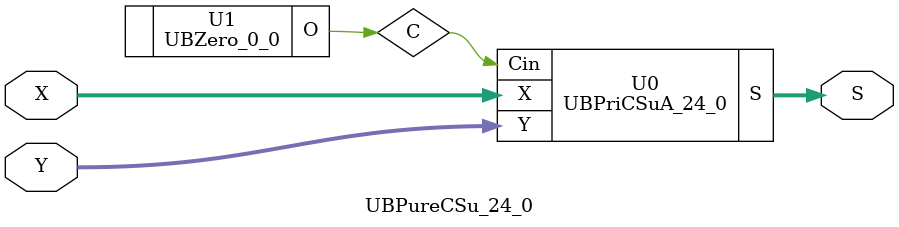
<source format=v>
/*----------------------------------------------------------------------------
  Copyright (c) 2021 Homma laboratory. All rights reserved.

  Top module: UBCSu_24_0_24_0

  Operand-1 length: 25
  Operand-2 length: 25
  Two-operand addition algorithm: Conditional sum adder
----------------------------------------------------------------------------*/

module UBFA_0(C, S, X, Y, Z);
  output C;
  output S;
  input X;
  input Y;
  input Z;
  assign C = ( X & Y ) | ( Y & Z ) | ( Z & X );
  assign S = X ^ Y ^ Z;
endmodule

module UBHCSuB_0_0(C, S, X, Y, Ci);
  output C;
  output S;
  input Ci;
  input X;
  input Y;
  UBFA_0 U0 (C, S, X, Y, Ci);
endmodule

module UBZero_1_1(O);
  output [1:1] O;
  assign O[1] = 0;
endmodule

module UBOne_1(O);
  output O;
  assign O = 1;
endmodule

module UBFA_1(C, S, X, Y, Z);
  output C;
  output S;
  input X;
  input Y;
  input Z;
  assign C = ( X & Y ) | ( Y & Z ) | ( Z & X );
  assign S = X ^ Y ^ Z;
endmodule

module UBCSuB_1_1(C_0, C_1, S_0, S_1, X, Y);
  output C_0;
  output C_1;
  output S_0;
  output S_1;
  input X;
  input Y;
  wire Ci_0;
  wire Ci_1;
  wire Co_0;
  wire Co_1;
  assign C_0 = ( Co_0 & ( ~ Ci_0 ) ) | ( Co_1 & Ci_0 );
  assign C_1 = ( Co_0 & ( ~ Ci_1 ) ) | ( Co_1 & Ci_1 );
  UBZero_1_1 U0 (Ci_0);
  UBOne_1 U1 (Ci_1);
  UBFA_1 U2 (Co_0, S_0, X, Y, Ci_0);
  UBFA_1 U3 (Co_1, S_1, X, Y, Ci_1);
endmodule

module UBHCSuB_1_0(C, S, X, Y, Ci);
  output C;
  output [1:0] S;
  input Ci;
  input [1:0] X;
  input [1:0] Y;
  wire C_0;
  wire C_1;
  wire Co;
  wire S_0;
  wire S_1;
  assign S[1] = ( S_0 & ( ~ Co ) ) | ( S_1 & Co );
  assign C = ( C_0 & ( ~ Co ) ) | ( C_1 & Co );
  UBHCSuB_0_0 U0 (Co, S[0], X[0], Y[0], Ci);
  UBCSuB_1_1 U1 (C_0, C_1, S_0, S_1, X[1], Y[1]);
endmodule

module UBZero_2_2(O);
  output [2:2] O;
  assign O[2] = 0;
endmodule

module UBOne_2(O);
  output O;
  assign O = 1;
endmodule

module UBFA_2(C, S, X, Y, Z);
  output C;
  output S;
  input X;
  input Y;
  input Z;
  assign C = ( X & Y ) | ( Y & Z ) | ( Z & X );
  assign S = X ^ Y ^ Z;
endmodule

module UBCSuB_2_2(C_0, C_1, S_0, S_1, X, Y);
  output C_0;
  output C_1;
  output S_0;
  output S_1;
  input X;
  input Y;
  wire Ci_0;
  wire Ci_1;
  wire Co_0;
  wire Co_1;
  assign C_0 = ( Co_0 & ( ~ Ci_0 ) ) | ( Co_1 & Ci_0 );
  assign C_1 = ( Co_0 & ( ~ Ci_1 ) ) | ( Co_1 & Ci_1 );
  UBZero_2_2 U0 (Ci_0);
  UBOne_2 U1 (Ci_1);
  UBFA_2 U2 (Co_0, S_0, X, Y, Ci_0);
  UBFA_2 U3 (Co_1, S_1, X, Y, Ci_1);
endmodule

module UBZero_3_3(O);
  output [3:3] O;
  assign O[3] = 0;
endmodule

module UBOne_3(O);
  output O;
  assign O = 1;
endmodule

module UBFA_3(C, S, X, Y, Z);
  output C;
  output S;
  input X;
  input Y;
  input Z;
  assign C = ( X & Y ) | ( Y & Z ) | ( Z & X );
  assign S = X ^ Y ^ Z;
endmodule

module UBCSuB_3_3(C_0, C_1, S_0, S_1, X, Y);
  output C_0;
  output C_1;
  output S_0;
  output S_1;
  input X;
  input Y;
  wire Ci_0;
  wire Ci_1;
  wire Co_0;
  wire Co_1;
  assign C_0 = ( Co_0 & ( ~ Ci_0 ) ) | ( Co_1 & Ci_0 );
  assign C_1 = ( Co_0 & ( ~ Ci_1 ) ) | ( Co_1 & Ci_1 );
  UBZero_3_3 U0 (Ci_0);
  UBOne_3 U1 (Ci_1);
  UBFA_3 U2 (Co_0, S_0, X, Y, Ci_0);
  UBFA_3 U3 (Co_1, S_1, X, Y, Ci_1);
endmodule

module UBCSuB_3_2(C_0, C_1, S_0, S_1, X, Y);
  output C_0;
  output C_1;
  output [3:2] S_0;
  output [3:2] S_1;
  input [3:2] X;
  input [3:2] Y;
  wire Ci_0;
  wire Ci_1;
  wire Co_0;
  wire Co_1;
  wire So_0;
  wire So_1;
  assign S_0[3] = ( So_0 & ( ~ Ci_0 ) ) | ( So_1 & Ci_0 );
  assign C_0 = ( Co_0 & ( ~ Ci_0 ) ) | ( Co_1 & Ci_0 );
  assign S_1[3] = ( So_0 & ( ~ Ci_1 ) ) | ( So_1 & Ci_1 );
  assign C_1 = ( Co_0 & ( ~ Ci_1 ) ) | ( Co_1 & Ci_1 );
  UBCSuB_2_2 U0 (Ci_0, Ci_1, S_0[2], S_1[2], X[2], Y[2]);
  UBCSuB_3_3 U1 (Co_0, Co_1, So_0, So_1, X[3], Y[3]);
endmodule

module UBHCSuB_3_0(C, S, X, Y, Ci);
  output C;
  output [3:0] S;
  input Ci;
  input [3:0] X;
  input [3:0] Y;
  wire C_0;
  wire C_1;
  wire Co;
  wire [3:2] S_0;
  wire [3:2] S_1;
  assign S[2] = ( S_0[2] & ( ~ Co ) ) | ( S_1[2] & Co );
  assign S[3] = ( S_0[3] & ( ~ Co ) ) | ( S_1[3] & Co );
  assign C = ( C_0 & ( ~ Co ) ) | ( C_1 & Co );
  UBHCSuB_1_0 U0 (Co, S[1:0], X[1:0], Y[1:0], Ci);
  UBCSuB_3_2 U1 (C_0, C_1, S_0, S_1, X[3:2], Y[3:2]);
endmodule

module UBZero_4_4(O);
  output [4:4] O;
  assign O[4] = 0;
endmodule

module UBOne_4(O);
  output O;
  assign O = 1;
endmodule

module UBFA_4(C, S, X, Y, Z);
  output C;
  output S;
  input X;
  input Y;
  input Z;
  assign C = ( X & Y ) | ( Y & Z ) | ( Z & X );
  assign S = X ^ Y ^ Z;
endmodule

module UBCSuB_4_4(C_0, C_1, S_0, S_1, X, Y);
  output C_0;
  output C_1;
  output S_0;
  output S_1;
  input X;
  input Y;
  wire Ci_0;
  wire Ci_1;
  wire Co_0;
  wire Co_1;
  assign C_0 = ( Co_0 & ( ~ Ci_0 ) ) | ( Co_1 & Ci_0 );
  assign C_1 = ( Co_0 & ( ~ Ci_1 ) ) | ( Co_1 & Ci_1 );
  UBZero_4_4 U0 (Ci_0);
  UBOne_4 U1 (Ci_1);
  UBFA_4 U2 (Co_0, S_0, X, Y, Ci_0);
  UBFA_4 U3 (Co_1, S_1, X, Y, Ci_1);
endmodule

module UBZero_5_5(O);
  output [5:5] O;
  assign O[5] = 0;
endmodule

module UBOne_5(O);
  output O;
  assign O = 1;
endmodule

module UBFA_5(C, S, X, Y, Z);
  output C;
  output S;
  input X;
  input Y;
  input Z;
  assign C = ( X & Y ) | ( Y & Z ) | ( Z & X );
  assign S = X ^ Y ^ Z;
endmodule

module UBCSuB_5_5(C_0, C_1, S_0, S_1, X, Y);
  output C_0;
  output C_1;
  output S_0;
  output S_1;
  input X;
  input Y;
  wire Ci_0;
  wire Ci_1;
  wire Co_0;
  wire Co_1;
  assign C_0 = ( Co_0 & ( ~ Ci_0 ) ) | ( Co_1 & Ci_0 );
  assign C_1 = ( Co_0 & ( ~ Ci_1 ) ) | ( Co_1 & Ci_1 );
  UBZero_5_5 U0 (Ci_0);
  UBOne_5 U1 (Ci_1);
  UBFA_5 U2 (Co_0, S_0, X, Y, Ci_0);
  UBFA_5 U3 (Co_1, S_1, X, Y, Ci_1);
endmodule

module UBCSuB_5_4(C_0, C_1, S_0, S_1, X, Y);
  output C_0;
  output C_1;
  output [5:4] S_0;
  output [5:4] S_1;
  input [5:4] X;
  input [5:4] Y;
  wire Ci_0;
  wire Ci_1;
  wire Co_0;
  wire Co_1;
  wire So_0;
  wire So_1;
  assign S_0[5] = ( So_0 & ( ~ Ci_0 ) ) | ( So_1 & Ci_0 );
  assign C_0 = ( Co_0 & ( ~ Ci_0 ) ) | ( Co_1 & Ci_0 );
  assign S_1[5] = ( So_0 & ( ~ Ci_1 ) ) | ( So_1 & Ci_1 );
  assign C_1 = ( Co_0 & ( ~ Ci_1 ) ) | ( Co_1 & Ci_1 );
  UBCSuB_4_4 U0 (Ci_0, Ci_1, S_0[4], S_1[4], X[4], Y[4]);
  UBCSuB_5_5 U1 (Co_0, Co_1, So_0, So_1, X[5], Y[5]);
endmodule

module UBZero_6_6(O);
  output [6:6] O;
  assign O[6] = 0;
endmodule

module UBOne_6(O);
  output O;
  assign O = 1;
endmodule

module UBFA_6(C, S, X, Y, Z);
  output C;
  output S;
  input X;
  input Y;
  input Z;
  assign C = ( X & Y ) | ( Y & Z ) | ( Z & X );
  assign S = X ^ Y ^ Z;
endmodule

module UBCSuB_6_6(C_0, C_1, S_0, S_1, X, Y);
  output C_0;
  output C_1;
  output S_0;
  output S_1;
  input X;
  input Y;
  wire Ci_0;
  wire Ci_1;
  wire Co_0;
  wire Co_1;
  assign C_0 = ( Co_0 & ( ~ Ci_0 ) ) | ( Co_1 & Ci_0 );
  assign C_1 = ( Co_0 & ( ~ Ci_1 ) ) | ( Co_1 & Ci_1 );
  UBZero_6_6 U0 (Ci_0);
  UBOne_6 U1 (Ci_1);
  UBFA_6 U2 (Co_0, S_0, X, Y, Ci_0);
  UBFA_6 U3 (Co_1, S_1, X, Y, Ci_1);
endmodule

module UBCSuB_6_4(C_0, C_1, S_0, S_1, X, Y);
  output C_0;
  output C_1;
  output [6:4] S_0;
  output [6:4] S_1;
  input [6:4] X;
  input [6:4] Y;
  wire Ci_0;
  wire Ci_1;
  wire Co_0;
  wire Co_1;
  wire [6:6] So_0;
  wire [6:6] So_1;
  assign S_0[6] = ( So_0 & ( ~ Ci_0 ) ) | ( So_1 & Ci_0 );
  assign C_0 = ( Co_0 & ( ~ Ci_0 ) ) | ( Co_1 & Ci_0 );
  assign S_1[6] = ( So_0 & ( ~ Ci_1 ) ) | ( So_1 & Ci_1 );
  assign C_1 = ( Co_0 & ( ~ Ci_1 ) ) | ( Co_1 & Ci_1 );
  UBCSuB_5_4 U0 (Ci_0, Ci_1, S_0[5:4], S_1[5:4], X[5:4], Y[5:4]);
  UBCSuB_6_6 U1 (Co_0, Co_1, So_0, So_1, X[6], Y[6]);
endmodule

module UBHCSuB_6_0(C, S, X, Y, Ci);
  output C;
  output [6:0] S;
  input Ci;
  input [6:0] X;
  input [6:0] Y;
  wire C_0;
  wire C_1;
  wire Co;
  wire [6:4] S_0;
  wire [6:4] S_1;
  assign S[4] = ( S_0[4] & ( ~ Co ) ) | ( S_1[4] & Co );
  assign S[5] = ( S_0[5] & ( ~ Co ) ) | ( S_1[5] & Co );
  assign S[6] = ( S_0[6] & ( ~ Co ) ) | ( S_1[6] & Co );
  assign C = ( C_0 & ( ~ Co ) ) | ( C_1 & Co );
  UBHCSuB_3_0 U0 (Co, S[3:0], X[3:0], Y[3:0], Ci);
  UBCSuB_6_4 U1 (C_0, C_1, S_0, S_1, X[6:4], Y[6:4]);
endmodule

module UBZero_7_7(O);
  output [7:7] O;
  assign O[7] = 0;
endmodule

module UBOne_7(O);
  output O;
  assign O = 1;
endmodule

module UBFA_7(C, S, X, Y, Z);
  output C;
  output S;
  input X;
  input Y;
  input Z;
  assign C = ( X & Y ) | ( Y & Z ) | ( Z & X );
  assign S = X ^ Y ^ Z;
endmodule

module UBCSuB_7_7(C_0, C_1, S_0, S_1, X, Y);
  output C_0;
  output C_1;
  output S_0;
  output S_1;
  input X;
  input Y;
  wire Ci_0;
  wire Ci_1;
  wire Co_0;
  wire Co_1;
  assign C_0 = ( Co_0 & ( ~ Ci_0 ) ) | ( Co_1 & Ci_0 );
  assign C_1 = ( Co_0 & ( ~ Ci_1 ) ) | ( Co_1 & Ci_1 );
  UBZero_7_7 U0 (Ci_0);
  UBOne_7 U1 (Ci_1);
  UBFA_7 U2 (Co_0, S_0, X, Y, Ci_0);
  UBFA_7 U3 (Co_1, S_1, X, Y, Ci_1);
endmodule

module UBZero_8_8(O);
  output [8:8] O;
  assign O[8] = 0;
endmodule

module UBOne_8(O);
  output O;
  assign O = 1;
endmodule

module UBFA_8(C, S, X, Y, Z);
  output C;
  output S;
  input X;
  input Y;
  input Z;
  assign C = ( X & Y ) | ( Y & Z ) | ( Z & X );
  assign S = X ^ Y ^ Z;
endmodule

module UBCSuB_8_8(C_0, C_1, S_0, S_1, X, Y);
  output C_0;
  output C_1;
  output S_0;
  output S_1;
  input X;
  input Y;
  wire Ci_0;
  wire Ci_1;
  wire Co_0;
  wire Co_1;
  assign C_0 = ( Co_0 & ( ~ Ci_0 ) ) | ( Co_1 & Ci_0 );
  assign C_1 = ( Co_0 & ( ~ Ci_1 ) ) | ( Co_1 & Ci_1 );
  UBZero_8_8 U0 (Ci_0);
  UBOne_8 U1 (Ci_1);
  UBFA_8 U2 (Co_0, S_0, X, Y, Ci_0);
  UBFA_8 U3 (Co_1, S_1, X, Y, Ci_1);
endmodule

module UBCSuB_8_7(C_0, C_1, S_0, S_1, X, Y);
  output C_0;
  output C_1;
  output [8:7] S_0;
  output [8:7] S_1;
  input [8:7] X;
  input [8:7] Y;
  wire Ci_0;
  wire Ci_1;
  wire Co_0;
  wire Co_1;
  wire So_0;
  wire So_1;
  assign S_0[8] = ( So_0 & ( ~ Ci_0 ) ) | ( So_1 & Ci_0 );
  assign C_0 = ( Co_0 & ( ~ Ci_0 ) ) | ( Co_1 & Ci_0 );
  assign S_1[8] = ( So_0 & ( ~ Ci_1 ) ) | ( So_1 & Ci_1 );
  assign C_1 = ( Co_0 & ( ~ Ci_1 ) ) | ( Co_1 & Ci_1 );
  UBCSuB_7_7 U0 (Ci_0, Ci_1, S_0[7], S_1[7], X[7], Y[7]);
  UBCSuB_8_8 U1 (Co_0, Co_1, So_0, So_1, X[8], Y[8]);
endmodule

module UBZero_9_9(O);
  output [9:9] O;
  assign O[9] = 0;
endmodule

module UBOne_9(O);
  output O;
  assign O = 1;
endmodule

module UBFA_9(C, S, X, Y, Z);
  output C;
  output S;
  input X;
  input Y;
  input Z;
  assign C = ( X & Y ) | ( Y & Z ) | ( Z & X );
  assign S = X ^ Y ^ Z;
endmodule

module UBCSuB_9_9(C_0, C_1, S_0, S_1, X, Y);
  output C_0;
  output C_1;
  output S_0;
  output S_1;
  input X;
  input Y;
  wire Ci_0;
  wire Ci_1;
  wire Co_0;
  wire Co_1;
  assign C_0 = ( Co_0 & ( ~ Ci_0 ) ) | ( Co_1 & Ci_0 );
  assign C_1 = ( Co_0 & ( ~ Ci_1 ) ) | ( Co_1 & Ci_1 );
  UBZero_9_9 U0 (Ci_0);
  UBOne_9 U1 (Ci_1);
  UBFA_9 U2 (Co_0, S_0, X, Y, Ci_0);
  UBFA_9 U3 (Co_1, S_1, X, Y, Ci_1);
endmodule

module UBCSuB_9_7(C_0, C_1, S_0, S_1, X, Y);
  output C_0;
  output C_1;
  output [9:7] S_0;
  output [9:7] S_1;
  input [9:7] X;
  input [9:7] Y;
  wire Ci_0;
  wire Ci_1;
  wire Co_0;
  wire Co_1;
  wire [9:9] So_0;
  wire [9:9] So_1;
  assign S_0[9] = ( So_0 & ( ~ Ci_0 ) ) | ( So_1 & Ci_0 );
  assign C_0 = ( Co_0 & ( ~ Ci_0 ) ) | ( Co_1 & Ci_0 );
  assign S_1[9] = ( So_0 & ( ~ Ci_1 ) ) | ( So_1 & Ci_1 );
  assign C_1 = ( Co_0 & ( ~ Ci_1 ) ) | ( Co_1 & Ci_1 );
  UBCSuB_8_7 U0 (Ci_0, Ci_1, S_0[8:7], S_1[8:7], X[8:7], Y[8:7]);
  UBCSuB_9_9 U1 (Co_0, Co_1, So_0, So_1, X[9], Y[9]);
endmodule

module UBZero_10_10(O);
  output [10:10] O;
  assign O[10] = 0;
endmodule

module UBOne_10(O);
  output O;
  assign O = 1;
endmodule

module UBFA_10(C, S, X, Y, Z);
  output C;
  output S;
  input X;
  input Y;
  input Z;
  assign C = ( X & Y ) | ( Y & Z ) | ( Z & X );
  assign S = X ^ Y ^ Z;
endmodule

module UBCSuB_10_10(C_0, C_1, S_0, S_1, X, Y);
  output C_0;
  output C_1;
  output S_0;
  output S_1;
  input X;
  input Y;
  wire Ci_0;
  wire Ci_1;
  wire Co_0;
  wire Co_1;
  assign C_0 = ( Co_0 & ( ~ Ci_0 ) ) | ( Co_1 & Ci_0 );
  assign C_1 = ( Co_0 & ( ~ Ci_1 ) ) | ( Co_1 & Ci_1 );
  UBZero_10_10 U0 (Ci_0);
  UBOne_10 U1 (Ci_1);
  UBFA_10 U2 (Co_0, S_0, X, Y, Ci_0);
  UBFA_10 U3 (Co_1, S_1, X, Y, Ci_1);
endmodule

module UBZero_11_11(O);
  output [11:11] O;
  assign O[11] = 0;
endmodule

module UBOne_11(O);
  output O;
  assign O = 1;
endmodule

module UBFA_11(C, S, X, Y, Z);
  output C;
  output S;
  input X;
  input Y;
  input Z;
  assign C = ( X & Y ) | ( Y & Z ) | ( Z & X );
  assign S = X ^ Y ^ Z;
endmodule

module UBCSuB_11_11(C_0, C_1, S_0, S_1, X, Y);
  output C_0;
  output C_1;
  output S_0;
  output S_1;
  input X;
  input Y;
  wire Ci_0;
  wire Ci_1;
  wire Co_0;
  wire Co_1;
  assign C_0 = ( Co_0 & ( ~ Ci_0 ) ) | ( Co_1 & Ci_0 );
  assign C_1 = ( Co_0 & ( ~ Ci_1 ) ) | ( Co_1 & Ci_1 );
  UBZero_11_11 U0 (Ci_0);
  UBOne_11 U1 (Ci_1);
  UBFA_11 U2 (Co_0, S_0, X, Y, Ci_0);
  UBFA_11 U3 (Co_1, S_1, X, Y, Ci_1);
endmodule

module UBCSuB_11_10(C_0, C_1, S_0, S_1, X, Y);
  output C_0;
  output C_1;
  output [11:10] S_0;
  output [11:10] S_1;
  input [11:10] X;
  input [11:10] Y;
  wire Ci_0;
  wire Ci_1;
  wire Co_0;
  wire Co_1;
  wire So_0;
  wire So_1;
  assign S_0[11] = ( So_0 & ( ~ Ci_0 ) ) | ( So_1 & Ci_0 );
  assign C_0 = ( Co_0 & ( ~ Ci_0 ) ) | ( Co_1 & Ci_0 );
  assign S_1[11] = ( So_0 & ( ~ Ci_1 ) ) | ( So_1 & Ci_1 );
  assign C_1 = ( Co_0 & ( ~ Ci_1 ) ) | ( Co_1 & Ci_1 );
  UBCSuB_10_10 U0 (Ci_0, Ci_1, S_0[10], S_1[10], X[10], Y[10]);
  UBCSuB_11_11 U1 (Co_0, Co_1, So_0, So_1, X[11], Y[11]);
endmodule

module UBZero_12_12(O);
  output [12:12] O;
  assign O[12] = 0;
endmodule

module UBOne_12(O);
  output O;
  assign O = 1;
endmodule

module UBFA_12(C, S, X, Y, Z);
  output C;
  output S;
  input X;
  input Y;
  input Z;
  assign C = ( X & Y ) | ( Y & Z ) | ( Z & X );
  assign S = X ^ Y ^ Z;
endmodule

module UBCSuB_12_12(C_0, C_1, S_0, S_1, X, Y);
  output C_0;
  output C_1;
  output S_0;
  output S_1;
  input X;
  input Y;
  wire Ci_0;
  wire Ci_1;
  wire Co_0;
  wire Co_1;
  assign C_0 = ( Co_0 & ( ~ Ci_0 ) ) | ( Co_1 & Ci_0 );
  assign C_1 = ( Co_0 & ( ~ Ci_1 ) ) | ( Co_1 & Ci_1 );
  UBZero_12_12 U0 (Ci_0);
  UBOne_12 U1 (Ci_1);
  UBFA_12 U2 (Co_0, S_0, X, Y, Ci_0);
  UBFA_12 U3 (Co_1, S_1, X, Y, Ci_1);
endmodule

module UBCSuB_12_10(C_0, C_1, S_0, S_1, X, Y);
  output C_0;
  output C_1;
  output [12:10] S_0;
  output [12:10] S_1;
  input [12:10] X;
  input [12:10] Y;
  wire Ci_0;
  wire Ci_1;
  wire Co_0;
  wire Co_1;
  wire [12:12] So_0;
  wire [12:12] So_1;
  assign S_0[12] = ( So_0 & ( ~ Ci_0 ) ) | ( So_1 & Ci_0 );
  assign C_0 = ( Co_0 & ( ~ Ci_0 ) ) | ( Co_1 & Ci_0 );
  assign S_1[12] = ( So_0 & ( ~ Ci_1 ) ) | ( So_1 & Ci_1 );
  assign C_1 = ( Co_0 & ( ~ Ci_1 ) ) | ( Co_1 & Ci_1 );
  UBCSuB_11_10 U0 (Ci_0, Ci_1, S_0[11:10], S_1[11:10], X[11:10], Y[11:10]);
  UBCSuB_12_12 U1 (Co_0, Co_1, So_0, So_1, X[12], Y[12]);
endmodule

module UBCSuB_12_7(C_0, C_1, S_0, S_1, X, Y);
  output C_0;
  output C_1;
  output [12:7] S_0;
  output [12:7] S_1;
  input [12:7] X;
  input [12:7] Y;
  wire Ci_0;
  wire Ci_1;
  wire Co_0;
  wire Co_1;
  wire [12:10] So_0;
  wire [12:10] So_1;
  assign S_0[10] = ( So_0[10] & ( ~ Ci_0 ) ) | ( So_1[10] & Ci_0 );
  assign S_0[11] = ( So_0[11] & ( ~ Ci_0 ) ) | ( So_1[11] & Ci_0 );
  assign S_0[12] = ( So_0[12] & ( ~ Ci_0 ) ) | ( So_1[12] & Ci_0 );
  assign C_0 = ( Co_0 & ( ~ Ci_0 ) ) | ( Co_1 & Ci_0 );
  assign S_1[10] = ( So_0[10] & ( ~ Ci_1 ) ) | ( So_1[10] & Ci_1 );
  assign S_1[11] = ( So_0[11] & ( ~ Ci_1 ) ) | ( So_1[11] & Ci_1 );
  assign S_1[12] = ( So_0[12] & ( ~ Ci_1 ) ) | ( So_1[12] & Ci_1 );
  assign C_1 = ( Co_0 & ( ~ Ci_1 ) ) | ( Co_1 & Ci_1 );
  UBCSuB_9_7 U0 (Ci_0, Ci_1, S_0[9:7], S_1[9:7], X[9:7], Y[9:7]);
  UBCSuB_12_10 U1 (Co_0, Co_1, So_0, So_1, X[12:10], Y[12:10]);
endmodule

module UBHCSuB_12_0(C, S, X, Y, Ci);
  output C;
  output [12:0] S;
  input Ci;
  input [12:0] X;
  input [12:0] Y;
  wire C_0;
  wire C_1;
  wire Co;
  wire [12:7] S_0;
  wire [12:7] S_1;
  assign S[7] = ( S_0[7] & ( ~ Co ) ) | ( S_1[7] & Co );
  assign S[8] = ( S_0[8] & ( ~ Co ) ) | ( S_1[8] & Co );
  assign S[9] = ( S_0[9] & ( ~ Co ) ) | ( S_1[9] & Co );
  assign S[10] = ( S_0[10] & ( ~ Co ) ) | ( S_1[10] & Co );
  assign S[11] = ( S_0[11] & ( ~ Co ) ) | ( S_1[11] & Co );
  assign S[12] = ( S_0[12] & ( ~ Co ) ) | ( S_1[12] & Co );
  assign C = ( C_0 & ( ~ Co ) ) | ( C_1 & Co );
  UBHCSuB_6_0 U0 (Co, S[6:0], X[6:0], Y[6:0], Ci);
  UBCSuB_12_7 U1 (C_0, C_1, S_0, S_1, X[12:7], Y[12:7]);
endmodule

module UBZero_13_13(O);
  output [13:13] O;
  assign O[13] = 0;
endmodule

module UBOne_13(O);
  output O;
  assign O = 1;
endmodule

module UBFA_13(C, S, X, Y, Z);
  output C;
  output S;
  input X;
  input Y;
  input Z;
  assign C = ( X & Y ) | ( Y & Z ) | ( Z & X );
  assign S = X ^ Y ^ Z;
endmodule

module UBCSuB_13_13(C_0, C_1, S_0, S_1, X, Y);
  output C_0;
  output C_1;
  output S_0;
  output S_1;
  input X;
  input Y;
  wire Ci_0;
  wire Ci_1;
  wire Co_0;
  wire Co_1;
  assign C_0 = ( Co_0 & ( ~ Ci_0 ) ) | ( Co_1 & Ci_0 );
  assign C_1 = ( Co_0 & ( ~ Ci_1 ) ) | ( Co_1 & Ci_1 );
  UBZero_13_13 U0 (Ci_0);
  UBOne_13 U1 (Ci_1);
  UBFA_13 U2 (Co_0, S_0, X, Y, Ci_0);
  UBFA_13 U3 (Co_1, S_1, X, Y, Ci_1);
endmodule

module UBZero_14_14(O);
  output [14:14] O;
  assign O[14] = 0;
endmodule

module UBOne_14(O);
  output O;
  assign O = 1;
endmodule

module UBFA_14(C, S, X, Y, Z);
  output C;
  output S;
  input X;
  input Y;
  input Z;
  assign C = ( X & Y ) | ( Y & Z ) | ( Z & X );
  assign S = X ^ Y ^ Z;
endmodule

module UBCSuB_14_14(C_0, C_1, S_0, S_1, X, Y);
  output C_0;
  output C_1;
  output S_0;
  output S_1;
  input X;
  input Y;
  wire Ci_0;
  wire Ci_1;
  wire Co_0;
  wire Co_1;
  assign C_0 = ( Co_0 & ( ~ Ci_0 ) ) | ( Co_1 & Ci_0 );
  assign C_1 = ( Co_0 & ( ~ Ci_1 ) ) | ( Co_1 & Ci_1 );
  UBZero_14_14 U0 (Ci_0);
  UBOne_14 U1 (Ci_1);
  UBFA_14 U2 (Co_0, S_0, X, Y, Ci_0);
  UBFA_14 U3 (Co_1, S_1, X, Y, Ci_1);
endmodule

module UBCSuB_14_13(C_0, C_1, S_0, S_1, X, Y);
  output C_0;
  output C_1;
  output [14:13] S_0;
  output [14:13] S_1;
  input [14:13] X;
  input [14:13] Y;
  wire Ci_0;
  wire Ci_1;
  wire Co_0;
  wire Co_1;
  wire So_0;
  wire So_1;
  assign S_0[14] = ( So_0 & ( ~ Ci_0 ) ) | ( So_1 & Ci_0 );
  assign C_0 = ( Co_0 & ( ~ Ci_0 ) ) | ( Co_1 & Ci_0 );
  assign S_1[14] = ( So_0 & ( ~ Ci_1 ) ) | ( So_1 & Ci_1 );
  assign C_1 = ( Co_0 & ( ~ Ci_1 ) ) | ( Co_1 & Ci_1 );
  UBCSuB_13_13 U0 (Ci_0, Ci_1, S_0[13], S_1[13], X[13], Y[13]);
  UBCSuB_14_14 U1 (Co_0, Co_1, So_0, So_1, X[14], Y[14]);
endmodule

module UBZero_15_15(O);
  output [15:15] O;
  assign O[15] = 0;
endmodule

module UBOne_15(O);
  output O;
  assign O = 1;
endmodule

module UBFA_15(C, S, X, Y, Z);
  output C;
  output S;
  input X;
  input Y;
  input Z;
  assign C = ( X & Y ) | ( Y & Z ) | ( Z & X );
  assign S = X ^ Y ^ Z;
endmodule

module UBCSuB_15_15(C_0, C_1, S_0, S_1, X, Y);
  output C_0;
  output C_1;
  output S_0;
  output S_1;
  input X;
  input Y;
  wire Ci_0;
  wire Ci_1;
  wire Co_0;
  wire Co_1;
  assign C_0 = ( Co_0 & ( ~ Ci_0 ) ) | ( Co_1 & Ci_0 );
  assign C_1 = ( Co_0 & ( ~ Ci_1 ) ) | ( Co_1 & Ci_1 );
  UBZero_15_15 U0 (Ci_0);
  UBOne_15 U1 (Ci_1);
  UBFA_15 U2 (Co_0, S_0, X, Y, Ci_0);
  UBFA_15 U3 (Co_1, S_1, X, Y, Ci_1);
endmodule

module UBCSuB_15_13(C_0, C_1, S_0, S_1, X, Y);
  output C_0;
  output C_1;
  output [15:13] S_0;
  output [15:13] S_1;
  input [15:13] X;
  input [15:13] Y;
  wire Ci_0;
  wire Ci_1;
  wire Co_0;
  wire Co_1;
  wire [15:15] So_0;
  wire [15:15] So_1;
  assign S_0[15] = ( So_0 & ( ~ Ci_0 ) ) | ( So_1 & Ci_0 );
  assign C_0 = ( Co_0 & ( ~ Ci_0 ) ) | ( Co_1 & Ci_0 );
  assign S_1[15] = ( So_0 & ( ~ Ci_1 ) ) | ( So_1 & Ci_1 );
  assign C_1 = ( Co_0 & ( ~ Ci_1 ) ) | ( Co_1 & Ci_1 );
  UBCSuB_14_13 U0 (Ci_0, Ci_1, S_0[14:13], S_1[14:13], X[14:13], Y[14:13]);
  UBCSuB_15_15 U1 (Co_0, Co_1, So_0, So_1, X[15], Y[15]);
endmodule

module UBZero_16_16(O);
  output [16:16] O;
  assign O[16] = 0;
endmodule

module UBOne_16(O);
  output O;
  assign O = 1;
endmodule

module UBFA_16(C, S, X, Y, Z);
  output C;
  output S;
  input X;
  input Y;
  input Z;
  assign C = ( X & Y ) | ( Y & Z ) | ( Z & X );
  assign S = X ^ Y ^ Z;
endmodule

module UBCSuB_16_16(C_0, C_1, S_0, S_1, X, Y);
  output C_0;
  output C_1;
  output S_0;
  output S_1;
  input X;
  input Y;
  wire Ci_0;
  wire Ci_1;
  wire Co_0;
  wire Co_1;
  assign C_0 = ( Co_0 & ( ~ Ci_0 ) ) | ( Co_1 & Ci_0 );
  assign C_1 = ( Co_0 & ( ~ Ci_1 ) ) | ( Co_1 & Ci_1 );
  UBZero_16_16 U0 (Ci_0);
  UBOne_16 U1 (Ci_1);
  UBFA_16 U2 (Co_0, S_0, X, Y, Ci_0);
  UBFA_16 U3 (Co_1, S_1, X, Y, Ci_1);
endmodule

module UBZero_17_17(O);
  output [17:17] O;
  assign O[17] = 0;
endmodule

module UBOne_17(O);
  output O;
  assign O = 1;
endmodule

module UBFA_17(C, S, X, Y, Z);
  output C;
  output S;
  input X;
  input Y;
  input Z;
  assign C = ( X & Y ) | ( Y & Z ) | ( Z & X );
  assign S = X ^ Y ^ Z;
endmodule

module UBCSuB_17_17(C_0, C_1, S_0, S_1, X, Y);
  output C_0;
  output C_1;
  output S_0;
  output S_1;
  input X;
  input Y;
  wire Ci_0;
  wire Ci_1;
  wire Co_0;
  wire Co_1;
  assign C_0 = ( Co_0 & ( ~ Ci_0 ) ) | ( Co_1 & Ci_0 );
  assign C_1 = ( Co_0 & ( ~ Ci_1 ) ) | ( Co_1 & Ci_1 );
  UBZero_17_17 U0 (Ci_0);
  UBOne_17 U1 (Ci_1);
  UBFA_17 U2 (Co_0, S_0, X, Y, Ci_0);
  UBFA_17 U3 (Co_1, S_1, X, Y, Ci_1);
endmodule

module UBCSuB_17_16(C_0, C_1, S_0, S_1, X, Y);
  output C_0;
  output C_1;
  output [17:16] S_0;
  output [17:16] S_1;
  input [17:16] X;
  input [17:16] Y;
  wire Ci_0;
  wire Ci_1;
  wire Co_0;
  wire Co_1;
  wire So_0;
  wire So_1;
  assign S_0[17] = ( So_0 & ( ~ Ci_0 ) ) | ( So_1 & Ci_0 );
  assign C_0 = ( Co_0 & ( ~ Ci_0 ) ) | ( Co_1 & Ci_0 );
  assign S_1[17] = ( So_0 & ( ~ Ci_1 ) ) | ( So_1 & Ci_1 );
  assign C_1 = ( Co_0 & ( ~ Ci_1 ) ) | ( Co_1 & Ci_1 );
  UBCSuB_16_16 U0 (Ci_0, Ci_1, S_0[16], S_1[16], X[16], Y[16]);
  UBCSuB_17_17 U1 (Co_0, Co_1, So_0, So_1, X[17], Y[17]);
endmodule

module UBZero_18_18(O);
  output [18:18] O;
  assign O[18] = 0;
endmodule

module UBOne_18(O);
  output O;
  assign O = 1;
endmodule

module UBFA_18(C, S, X, Y, Z);
  output C;
  output S;
  input X;
  input Y;
  input Z;
  assign C = ( X & Y ) | ( Y & Z ) | ( Z & X );
  assign S = X ^ Y ^ Z;
endmodule

module UBCSuB_18_18(C_0, C_1, S_0, S_1, X, Y);
  output C_0;
  output C_1;
  output S_0;
  output S_1;
  input X;
  input Y;
  wire Ci_0;
  wire Ci_1;
  wire Co_0;
  wire Co_1;
  assign C_0 = ( Co_0 & ( ~ Ci_0 ) ) | ( Co_1 & Ci_0 );
  assign C_1 = ( Co_0 & ( ~ Ci_1 ) ) | ( Co_1 & Ci_1 );
  UBZero_18_18 U0 (Ci_0);
  UBOne_18 U1 (Ci_1);
  UBFA_18 U2 (Co_0, S_0, X, Y, Ci_0);
  UBFA_18 U3 (Co_1, S_1, X, Y, Ci_1);
endmodule

module UBCSuB_18_16(C_0, C_1, S_0, S_1, X, Y);
  output C_0;
  output C_1;
  output [18:16] S_0;
  output [18:16] S_1;
  input [18:16] X;
  input [18:16] Y;
  wire Ci_0;
  wire Ci_1;
  wire Co_0;
  wire Co_1;
  wire [18:18] So_0;
  wire [18:18] So_1;
  assign S_0[18] = ( So_0 & ( ~ Ci_0 ) ) | ( So_1 & Ci_0 );
  assign C_0 = ( Co_0 & ( ~ Ci_0 ) ) | ( Co_1 & Ci_0 );
  assign S_1[18] = ( So_0 & ( ~ Ci_1 ) ) | ( So_1 & Ci_1 );
  assign C_1 = ( Co_0 & ( ~ Ci_1 ) ) | ( Co_1 & Ci_1 );
  UBCSuB_17_16 U0 (Ci_0, Ci_1, S_0[17:16], S_1[17:16], X[17:16], Y[17:16]);
  UBCSuB_18_18 U1 (Co_0, Co_1, So_0, So_1, X[18], Y[18]);
endmodule

module UBCSuB_18_13(C_0, C_1, S_0, S_1, X, Y);
  output C_0;
  output C_1;
  output [18:13] S_0;
  output [18:13] S_1;
  input [18:13] X;
  input [18:13] Y;
  wire Ci_0;
  wire Ci_1;
  wire Co_0;
  wire Co_1;
  wire [18:16] So_0;
  wire [18:16] So_1;
  assign S_0[16] = ( So_0[16] & ( ~ Ci_0 ) ) | ( So_1[16] & Ci_0 );
  assign S_0[17] = ( So_0[17] & ( ~ Ci_0 ) ) | ( So_1[17] & Ci_0 );
  assign S_0[18] = ( So_0[18] & ( ~ Ci_0 ) ) | ( So_1[18] & Ci_0 );
  assign C_0 = ( Co_0 & ( ~ Ci_0 ) ) | ( Co_1 & Ci_0 );
  assign S_1[16] = ( So_0[16] & ( ~ Ci_1 ) ) | ( So_1[16] & Ci_1 );
  assign S_1[17] = ( So_0[17] & ( ~ Ci_1 ) ) | ( So_1[17] & Ci_1 );
  assign S_1[18] = ( So_0[18] & ( ~ Ci_1 ) ) | ( So_1[18] & Ci_1 );
  assign C_1 = ( Co_0 & ( ~ Ci_1 ) ) | ( Co_1 & Ci_1 );
  UBCSuB_15_13 U0 (Ci_0, Ci_1, S_0[15:13], S_1[15:13], X[15:13], Y[15:13]);
  UBCSuB_18_16 U1 (Co_0, Co_1, So_0, So_1, X[18:16], Y[18:16]);
endmodule

module UBZero_19_19(O);
  output [19:19] O;
  assign O[19] = 0;
endmodule

module UBOne_19(O);
  output O;
  assign O = 1;
endmodule

module UBFA_19(C, S, X, Y, Z);
  output C;
  output S;
  input X;
  input Y;
  input Z;
  assign C = ( X & Y ) | ( Y & Z ) | ( Z & X );
  assign S = X ^ Y ^ Z;
endmodule

module UBCSuB_19_19(C_0, C_1, S_0, S_1, X, Y);
  output C_0;
  output C_1;
  output S_0;
  output S_1;
  input X;
  input Y;
  wire Ci_0;
  wire Ci_1;
  wire Co_0;
  wire Co_1;
  assign C_0 = ( Co_0 & ( ~ Ci_0 ) ) | ( Co_1 & Ci_0 );
  assign C_1 = ( Co_0 & ( ~ Ci_1 ) ) | ( Co_1 & Ci_1 );
  UBZero_19_19 U0 (Ci_0);
  UBOne_19 U1 (Ci_1);
  UBFA_19 U2 (Co_0, S_0, X, Y, Ci_0);
  UBFA_19 U3 (Co_1, S_1, X, Y, Ci_1);
endmodule

module UBZero_20_20(O);
  output [20:20] O;
  assign O[20] = 0;
endmodule

module UBOne_20(O);
  output O;
  assign O = 1;
endmodule

module UBFA_20(C, S, X, Y, Z);
  output C;
  output S;
  input X;
  input Y;
  input Z;
  assign C = ( X & Y ) | ( Y & Z ) | ( Z & X );
  assign S = X ^ Y ^ Z;
endmodule

module UBCSuB_20_20(C_0, C_1, S_0, S_1, X, Y);
  output C_0;
  output C_1;
  output S_0;
  output S_1;
  input X;
  input Y;
  wire Ci_0;
  wire Ci_1;
  wire Co_0;
  wire Co_1;
  assign C_0 = ( Co_0 & ( ~ Ci_0 ) ) | ( Co_1 & Ci_0 );
  assign C_1 = ( Co_0 & ( ~ Ci_1 ) ) | ( Co_1 & Ci_1 );
  UBZero_20_20 U0 (Ci_0);
  UBOne_20 U1 (Ci_1);
  UBFA_20 U2 (Co_0, S_0, X, Y, Ci_0);
  UBFA_20 U3 (Co_1, S_1, X, Y, Ci_1);
endmodule

module UBCSuB_20_19(C_0, C_1, S_0, S_1, X, Y);
  output C_0;
  output C_1;
  output [20:19] S_0;
  output [20:19] S_1;
  input [20:19] X;
  input [20:19] Y;
  wire Ci_0;
  wire Ci_1;
  wire Co_0;
  wire Co_1;
  wire So_0;
  wire So_1;
  assign S_0[20] = ( So_0 & ( ~ Ci_0 ) ) | ( So_1 & Ci_0 );
  assign C_0 = ( Co_0 & ( ~ Ci_0 ) ) | ( Co_1 & Ci_0 );
  assign S_1[20] = ( So_0 & ( ~ Ci_1 ) ) | ( So_1 & Ci_1 );
  assign C_1 = ( Co_0 & ( ~ Ci_1 ) ) | ( Co_1 & Ci_1 );
  UBCSuB_19_19 U0 (Ci_0, Ci_1, S_0[19], S_1[19], X[19], Y[19]);
  UBCSuB_20_20 U1 (Co_0, Co_1, So_0, So_1, X[20], Y[20]);
endmodule

module UBZero_21_21(O);
  output [21:21] O;
  assign O[21] = 0;
endmodule

module UBOne_21(O);
  output O;
  assign O = 1;
endmodule

module UBFA_21(C, S, X, Y, Z);
  output C;
  output S;
  input X;
  input Y;
  input Z;
  assign C = ( X & Y ) | ( Y & Z ) | ( Z & X );
  assign S = X ^ Y ^ Z;
endmodule

module UBCSuB_21_21(C_0, C_1, S_0, S_1, X, Y);
  output C_0;
  output C_1;
  output S_0;
  output S_1;
  input X;
  input Y;
  wire Ci_0;
  wire Ci_1;
  wire Co_0;
  wire Co_1;
  assign C_0 = ( Co_0 & ( ~ Ci_0 ) ) | ( Co_1 & Ci_0 );
  assign C_1 = ( Co_0 & ( ~ Ci_1 ) ) | ( Co_1 & Ci_1 );
  UBZero_21_21 U0 (Ci_0);
  UBOne_21 U1 (Ci_1);
  UBFA_21 U2 (Co_0, S_0, X, Y, Ci_0);
  UBFA_21 U3 (Co_1, S_1, X, Y, Ci_1);
endmodule

module UBCSuB_21_19(C_0, C_1, S_0, S_1, X, Y);
  output C_0;
  output C_1;
  output [21:19] S_0;
  output [21:19] S_1;
  input [21:19] X;
  input [21:19] Y;
  wire Ci_0;
  wire Ci_1;
  wire Co_0;
  wire Co_1;
  wire [21:21] So_0;
  wire [21:21] So_1;
  assign S_0[21] = ( So_0 & ( ~ Ci_0 ) ) | ( So_1 & Ci_0 );
  assign C_0 = ( Co_0 & ( ~ Ci_0 ) ) | ( Co_1 & Ci_0 );
  assign S_1[21] = ( So_0 & ( ~ Ci_1 ) ) | ( So_1 & Ci_1 );
  assign C_1 = ( Co_0 & ( ~ Ci_1 ) ) | ( Co_1 & Ci_1 );
  UBCSuB_20_19 U0 (Ci_0, Ci_1, S_0[20:19], S_1[20:19], X[20:19], Y[20:19]);
  UBCSuB_21_21 U1 (Co_0, Co_1, So_0, So_1, X[21], Y[21]);
endmodule

module UBZero_22_22(O);
  output [22:22] O;
  assign O[22] = 0;
endmodule

module UBOne_22(O);
  output O;
  assign O = 1;
endmodule

module UBFA_22(C, S, X, Y, Z);
  output C;
  output S;
  input X;
  input Y;
  input Z;
  assign C = ( X & Y ) | ( Y & Z ) | ( Z & X );
  assign S = X ^ Y ^ Z;
endmodule

module UBCSuB_22_22(C_0, C_1, S_0, S_1, X, Y);
  output C_0;
  output C_1;
  output S_0;
  output S_1;
  input X;
  input Y;
  wire Ci_0;
  wire Ci_1;
  wire Co_0;
  wire Co_1;
  assign C_0 = ( Co_0 & ( ~ Ci_0 ) ) | ( Co_1 & Ci_0 );
  assign C_1 = ( Co_0 & ( ~ Ci_1 ) ) | ( Co_1 & Ci_1 );
  UBZero_22_22 U0 (Ci_0);
  UBOne_22 U1 (Ci_1);
  UBFA_22 U2 (Co_0, S_0, X, Y, Ci_0);
  UBFA_22 U3 (Co_1, S_1, X, Y, Ci_1);
endmodule

module UBZero_23_23(O);
  output [23:23] O;
  assign O[23] = 0;
endmodule

module UBOne_23(O);
  output O;
  assign O = 1;
endmodule

module UBFA_23(C, S, X, Y, Z);
  output C;
  output S;
  input X;
  input Y;
  input Z;
  assign C = ( X & Y ) | ( Y & Z ) | ( Z & X );
  assign S = X ^ Y ^ Z;
endmodule

module UBCSuB_23_23(C_0, C_1, S_0, S_1, X, Y);
  output C_0;
  output C_1;
  output S_0;
  output S_1;
  input X;
  input Y;
  wire Ci_0;
  wire Ci_1;
  wire Co_0;
  wire Co_1;
  assign C_0 = ( Co_0 & ( ~ Ci_0 ) ) | ( Co_1 & Ci_0 );
  assign C_1 = ( Co_0 & ( ~ Ci_1 ) ) | ( Co_1 & Ci_1 );
  UBZero_23_23 U0 (Ci_0);
  UBOne_23 U1 (Ci_1);
  UBFA_23 U2 (Co_0, S_0, X, Y, Ci_0);
  UBFA_23 U3 (Co_1, S_1, X, Y, Ci_1);
endmodule

module UBCSuB_23_22(C_0, C_1, S_0, S_1, X, Y);
  output C_0;
  output C_1;
  output [23:22] S_0;
  output [23:22] S_1;
  input [23:22] X;
  input [23:22] Y;
  wire Ci_0;
  wire Ci_1;
  wire Co_0;
  wire Co_1;
  wire So_0;
  wire So_1;
  assign S_0[23] = ( So_0 & ( ~ Ci_0 ) ) | ( So_1 & Ci_0 );
  assign C_0 = ( Co_0 & ( ~ Ci_0 ) ) | ( Co_1 & Ci_0 );
  assign S_1[23] = ( So_0 & ( ~ Ci_1 ) ) | ( So_1 & Ci_1 );
  assign C_1 = ( Co_0 & ( ~ Ci_1 ) ) | ( Co_1 & Ci_1 );
  UBCSuB_22_22 U0 (Ci_0, Ci_1, S_0[22], S_1[22], X[22], Y[22]);
  UBCSuB_23_23 U1 (Co_0, Co_1, So_0, So_1, X[23], Y[23]);
endmodule

module UBZero_24_24(O);
  output [24:24] O;
  assign O[24] = 0;
endmodule

module UBOne_24(O);
  output O;
  assign O = 1;
endmodule

module UBFA_24(C, S, X, Y, Z);
  output C;
  output S;
  input X;
  input Y;
  input Z;
  assign C = ( X & Y ) | ( Y & Z ) | ( Z & X );
  assign S = X ^ Y ^ Z;
endmodule

module UBCSuB_24_24(C_0, C_1, S_0, S_1, X, Y);
  output C_0;
  output C_1;
  output S_0;
  output S_1;
  input X;
  input Y;
  wire Ci_0;
  wire Ci_1;
  wire Co_0;
  wire Co_1;
  assign C_0 = ( Co_0 & ( ~ Ci_0 ) ) | ( Co_1 & Ci_0 );
  assign C_1 = ( Co_0 & ( ~ Ci_1 ) ) | ( Co_1 & Ci_1 );
  UBZero_24_24 U0 (Ci_0);
  UBOne_24 U1 (Ci_1);
  UBFA_24 U2 (Co_0, S_0, X, Y, Ci_0);
  UBFA_24 U3 (Co_1, S_1, X, Y, Ci_1);
endmodule

module UBCSuB_24_22(C_0, C_1, S_0, S_1, X, Y);
  output C_0;
  output C_1;
  output [24:22] S_0;
  output [24:22] S_1;
  input [24:22] X;
  input [24:22] Y;
  wire Ci_0;
  wire Ci_1;
  wire Co_0;
  wire Co_1;
  wire [24:24] So_0;
  wire [24:24] So_1;
  assign S_0[24] = ( So_0 & ( ~ Ci_0 ) ) | ( So_1 & Ci_0 );
  assign C_0 = ( Co_0 & ( ~ Ci_0 ) ) | ( Co_1 & Ci_0 );
  assign S_1[24] = ( So_0 & ( ~ Ci_1 ) ) | ( So_1 & Ci_1 );
  assign C_1 = ( Co_0 & ( ~ Ci_1 ) ) | ( Co_1 & Ci_1 );
  UBCSuB_23_22 U0 (Ci_0, Ci_1, S_0[23:22], S_1[23:22], X[23:22], Y[23:22]);
  UBCSuB_24_24 U1 (Co_0, Co_1, So_0, So_1, X[24], Y[24]);
endmodule

module UBCSuB_24_19(C_0, C_1, S_0, S_1, X, Y);
  output C_0;
  output C_1;
  output [24:19] S_0;
  output [24:19] S_1;
  input [24:19] X;
  input [24:19] Y;
  wire Ci_0;
  wire Ci_1;
  wire Co_0;
  wire Co_1;
  wire [24:22] So_0;
  wire [24:22] So_1;
  assign S_0[22] = ( So_0[22] & ( ~ Ci_0 ) ) | ( So_1[22] & Ci_0 );
  assign S_0[23] = ( So_0[23] & ( ~ Ci_0 ) ) | ( So_1[23] & Ci_0 );
  assign S_0[24] = ( So_0[24] & ( ~ Ci_0 ) ) | ( So_1[24] & Ci_0 );
  assign C_0 = ( Co_0 & ( ~ Ci_0 ) ) | ( Co_1 & Ci_0 );
  assign S_1[22] = ( So_0[22] & ( ~ Ci_1 ) ) | ( So_1[22] & Ci_1 );
  assign S_1[23] = ( So_0[23] & ( ~ Ci_1 ) ) | ( So_1[23] & Ci_1 );
  assign S_1[24] = ( So_0[24] & ( ~ Ci_1 ) ) | ( So_1[24] & Ci_1 );
  assign C_1 = ( Co_0 & ( ~ Ci_1 ) ) | ( Co_1 & Ci_1 );
  UBCSuB_21_19 U0 (Ci_0, Ci_1, S_0[21:19], S_1[21:19], X[21:19], Y[21:19]);
  UBCSuB_24_22 U1 (Co_0, Co_1, So_0, So_1, X[24:22], Y[24:22]);
endmodule

module UBCSuB_24_13(C_0, C_1, S_0, S_1, X, Y);
  output C_0;
  output C_1;
  output [24:13] S_0;
  output [24:13] S_1;
  input [24:13] X;
  input [24:13] Y;
  wire Ci_0;
  wire Ci_1;
  wire Co_0;
  wire Co_1;
  wire [24:19] So_0;
  wire [24:19] So_1;
  assign S_0[19] = ( So_0[19] & ( ~ Ci_0 ) ) | ( So_1[19] & Ci_0 );
  assign S_0[20] = ( So_0[20] & ( ~ Ci_0 ) ) | ( So_1[20] & Ci_0 );
  assign S_0[21] = ( So_0[21] & ( ~ Ci_0 ) ) | ( So_1[21] & Ci_0 );
  assign S_0[22] = ( So_0[22] & ( ~ Ci_0 ) ) | ( So_1[22] & Ci_0 );
  assign S_0[23] = ( So_0[23] & ( ~ Ci_0 ) ) | ( So_1[23] & Ci_0 );
  assign S_0[24] = ( So_0[24] & ( ~ Ci_0 ) ) | ( So_1[24] & Ci_0 );
  assign C_0 = ( Co_0 & ( ~ Ci_0 ) ) | ( Co_1 & Ci_0 );
  assign S_1[19] = ( So_0[19] & ( ~ Ci_1 ) ) | ( So_1[19] & Ci_1 );
  assign S_1[20] = ( So_0[20] & ( ~ Ci_1 ) ) | ( So_1[20] & Ci_1 );
  assign S_1[21] = ( So_0[21] & ( ~ Ci_1 ) ) | ( So_1[21] & Ci_1 );
  assign S_1[22] = ( So_0[22] & ( ~ Ci_1 ) ) | ( So_1[22] & Ci_1 );
  assign S_1[23] = ( So_0[23] & ( ~ Ci_1 ) ) | ( So_1[23] & Ci_1 );
  assign S_1[24] = ( So_0[24] & ( ~ Ci_1 ) ) | ( So_1[24] & Ci_1 );
  assign C_1 = ( Co_0 & ( ~ Ci_1 ) ) | ( Co_1 & Ci_1 );
  UBCSuB_18_13 U0 (Ci_0, Ci_1, S_0[18:13], S_1[18:13], X[18:13], Y[18:13]);
  UBCSuB_24_19 U1 (Co_0, Co_1, So_0, So_1, X[24:19], Y[24:19]);
endmodule

module UBPriCSuA_24_0(S, X, Y, Cin);
  output [25:0] S;
  input Cin;
  input [24:0] X;
  input [24:0] Y;
  wire C_0;
  wire C_1;
  wire Co;
  wire [24:13] S_0;
  wire [24:13] S_1;
  assign S[13] = ( S_0[13] & ( ~ Co ) ) | ( S_1[13] & Co );
  assign S[14] = ( S_0[14] & ( ~ Co ) ) | ( S_1[14] & Co );
  assign S[15] = ( S_0[15] & ( ~ Co ) ) | ( S_1[15] & Co );
  assign S[16] = ( S_0[16] & ( ~ Co ) ) | ( S_1[16] & Co );
  assign S[17] = ( S_0[17] & ( ~ Co ) ) | ( S_1[17] & Co );
  assign S[18] = ( S_0[18] & ( ~ Co ) ) | ( S_1[18] & Co );
  assign S[19] = ( S_0[19] & ( ~ Co ) ) | ( S_1[19] & Co );
  assign S[20] = ( S_0[20] & ( ~ Co ) ) | ( S_1[20] & Co );
  assign S[21] = ( S_0[21] & ( ~ Co ) ) | ( S_1[21] & Co );
  assign S[22] = ( S_0[22] & ( ~ Co ) ) | ( S_1[22] & Co );
  assign S[23] = ( S_0[23] & ( ~ Co ) ) | ( S_1[23] & Co );
  assign S[24] = ( S_0[24] & ( ~ Co ) ) | ( S_1[24] & Co );
  assign S[25] = ( C_0 & ( ~ Co ) ) | ( C_1 & Co );
  UBHCSuB_12_0 U0 (Co, S[12:0], X[12:0], Y[12:0], Cin);
  UBCSuB_24_13 U1 (C_0, C_1, S_0, S_1, X[24:13], Y[24:13]);
endmodule

module UBZero_0_0(O);
  output [0:0] O;
  assign O[0] = 0;
endmodule

module UBCSu_24_0_24_0 (S, X, Y);
  output [25:0] S;
  input [24:0] X;
  input [24:0] Y;
  UBPureCSu_24_0 U0 (S[25:0], X[24:0], Y[24:0]);
endmodule

module UBPureCSu_24_0 (S, X, Y);
  output [25:0] S;
  input [24:0] X;
  input [24:0] Y;
  wire C;
  UBPriCSuA_24_0 U0 (S, X, Y, C);
  UBZero_0_0 U1 (C);
endmodule


</source>
